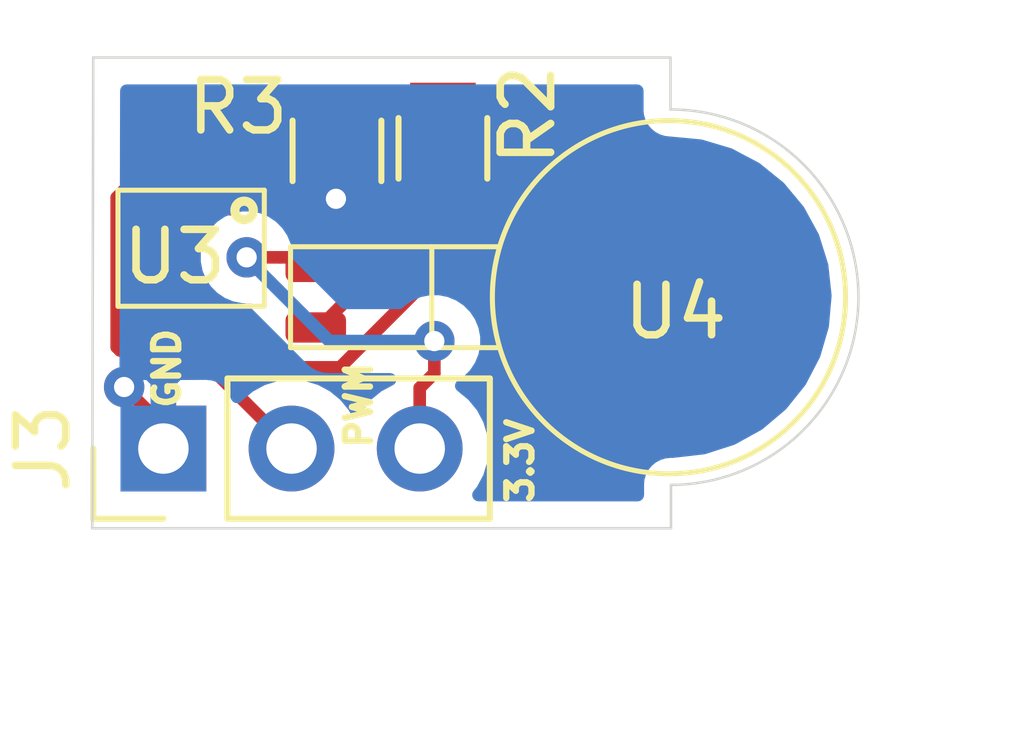
<source format=kicad_pcb>
(kicad_pcb (version 20171130) (host pcbnew "(5.1.2)-2")

  (general
    (thickness 1.6)
    (drawings 9)
    (tracks 45)
    (zones 0)
    (modules 5)
    (nets 6)
  )

  (page A4)
  (layers
    (0 F.Cu signal)
    (31 B.Cu signal)
    (32 B.Adhes user)
    (33 F.Adhes user)
    (34 B.Paste user)
    (35 F.Paste user)
    (36 B.SilkS user)
    (37 F.SilkS user)
    (38 B.Mask user)
    (39 F.Mask user)
    (40 Dwgs.User user)
    (41 Cmts.User user)
    (42 Eco1.User user)
    (43 Eco2.User user)
    (44 Edge.Cuts user)
    (45 Margin user)
    (46 B.CrtYd user)
    (47 F.CrtYd user)
    (48 B.Fab user)
    (49 F.Fab user hide)
  )

  (setup
    (last_trace_width 0.25)
    (trace_clearance 0.2)
    (zone_clearance 0.508)
    (zone_45_only no)
    (trace_min 0.2)
    (via_size 0.8)
    (via_drill 0.4)
    (via_min_size 0.4)
    (via_min_drill 0.3)
    (uvia_size 0.3)
    (uvia_drill 0.1)
    (uvias_allowed no)
    (uvia_min_size 0.2)
    (uvia_min_drill 0.1)
    (edge_width 0.05)
    (segment_width 0.2)
    (pcb_text_width 0.3)
    (pcb_text_size 1.5 1.5)
    (mod_edge_width 0.12)
    (mod_text_size 1 1)
    (mod_text_width 0.15)
    (pad_size 1.524 1.524)
    (pad_drill 0.762)
    (pad_to_mask_clearance 0.051)
    (solder_mask_min_width 0.25)
    (aux_axis_origin 0 0)
    (visible_elements 7FFFFFFF)
    (pcbplotparams
      (layerselection 0x010fc_ffffffff)
      (usegerberextensions false)
      (usegerberattributes false)
      (usegerberadvancedattributes false)
      (creategerberjobfile false)
      (excludeedgelayer true)
      (linewidth 0.100000)
      (plotframeref false)
      (viasonmask false)
      (mode 1)
      (useauxorigin false)
      (hpglpennumber 1)
      (hpglpenspeed 20)
      (hpglpendiameter 15.000000)
      (psnegative false)
      (psa4output false)
      (plotreference true)
      (plotvalue true)
      (plotinvisibletext false)
      (padsonsilk false)
      (subtractmaskfromsilk false)
      (outputformat 1)
      (mirror false)
      (drillshape 1)
      (scaleselection 1)
      (outputdirectory ""))
  )

  (net 0 "")
  (net 1 "(GND)")
  (net 2 +3.3)
  (net 3 MOTOR_PWM)
  (net 4 "Net-(R3-Pad2)")
  (net 5 "Net-(R3-Pad1)")

  (net_class Default "This is the default net class."
    (clearance 0.2)
    (trace_width 0.25)
    (via_dia 0.8)
    (via_drill 0.4)
    (uvia_dia 0.3)
    (uvia_drill 0.1)
    (add_net "(GND)")
    (add_net +3.3)
    (add_net MOTOR_PWM)
    (add_net "Net-(R3-Pad1)")
    (add_net "Net-(R3-Pad2)")
  )

  (module Resistors_SMD:R_0805 (layer F.Cu) (tedit 58AADA8F) (tstamp 5D1C0864)
    (at 123.83 109.77 90)
    (descr "Resistor SMD 0805, reflow soldering, Vishay (see dcrcw.pdf)")
    (tags "resistor 0805")
    (path /5D059B17/5D05FBC2)
    (attr smd)
    (fp_text reference R2 (at 0.71 3.78 90) (layer F.SilkS)
      (effects (font (size 1 1) (thickness 0.15)))
    )
    (fp_text value 10K (at 0 1.75 90) (layer F.Fab)
      (effects (font (size 1 1) (thickness 0.15)))
    )
    (fp_line (start 1.55 0.9) (end -1.55 0.9) (layer F.CrtYd) (width 0.05))
    (fp_line (start 1.55 0.9) (end 1.55 -0.9) (layer F.CrtYd) (width 0.05))
    (fp_line (start -1.55 -0.9) (end -1.55 0.9) (layer F.CrtYd) (width 0.05))
    (fp_line (start -1.55 -0.9) (end 1.55 -0.9) (layer F.CrtYd) (width 0.05))
    (fp_line (start -0.6 -0.88) (end 0.6 -0.88) (layer F.SilkS) (width 0.12))
    (fp_line (start 0.6 0.88) (end -0.6 0.88) (layer F.SilkS) (width 0.12))
    (fp_line (start -1 -0.62) (end 1 -0.62) (layer F.Fab) (width 0.1))
    (fp_line (start 1 -0.62) (end 1 0.62) (layer F.Fab) (width 0.1))
    (fp_line (start 1 0.62) (end -1 0.62) (layer F.Fab) (width 0.1))
    (fp_line (start -1 0.62) (end -1 -0.62) (layer F.Fab) (width 0.1))
    (fp_text user %R (at 0 -1.65 90) (layer F.Fab)
      (effects (font (size 1 1) (thickness 0.15)))
    )
    (pad 2 smd rect (at 0.95 0 90) (size 0.7 1.3) (layers F.Cu F.Paste F.Mask)
      (net 3 MOTOR_PWM))
    (pad 1 smd rect (at -0.95 0 90) (size 0.7 1.3) (layers F.Cu F.Paste F.Mask)
      (net 1 "(GND)"))
    (model Resistors_SMD.3dshapes/R_0805.wrl
      (at (xyz 0 0 0))
      (scale (xyz 1 1 1))
      (rotate (xyz 0 0 0))
    )
  )

  (module Resistors_SMD:R_0805 (layer F.Cu) (tedit 58AADA8F) (tstamp 5D1C68CB)
    (at 125.93 109.72 90)
    (descr "Resistor SMD 0805, reflow soldering, Vishay (see dcrcw.pdf)")
    (tags "resistor 0805")
    (path /5D059B17/5D05C2F6)
    (attr smd)
    (fp_text reference R3 (at 0.82 -4.06 180) (layer F.SilkS)
      (effects (font (size 1 1) (thickness 0.15)))
    )
    (fp_text value 330 (at 0 1.75 90) (layer F.Fab)
      (effects (font (size 1 1) (thickness 0.15)))
    )
    (fp_line (start 1.55 0.9) (end -1.55 0.9) (layer F.CrtYd) (width 0.05))
    (fp_line (start 1.55 0.9) (end 1.55 -0.9) (layer F.CrtYd) (width 0.05))
    (fp_line (start -1.55 -0.9) (end -1.55 0.9) (layer F.CrtYd) (width 0.05))
    (fp_line (start -1.55 -0.9) (end 1.55 -0.9) (layer F.CrtYd) (width 0.05))
    (fp_line (start -0.6 -0.88) (end 0.6 -0.88) (layer F.SilkS) (width 0.12))
    (fp_line (start 0.6 0.88) (end -0.6 0.88) (layer F.SilkS) (width 0.12))
    (fp_line (start -1 -0.62) (end 1 -0.62) (layer F.Fab) (width 0.1))
    (fp_line (start 1 -0.62) (end 1 0.62) (layer F.Fab) (width 0.1))
    (fp_line (start 1 0.62) (end -1 0.62) (layer F.Fab) (width 0.1))
    (fp_line (start -1 0.62) (end -1 -0.62) (layer F.Fab) (width 0.1))
    (fp_text user %R (at 0 -1.65 90) (layer F.Fab)
      (effects (font (size 1 1) (thickness 0.15)))
    )
    (pad 2 smd rect (at 0.95 0 90) (size 0.7 1.3) (layers F.Cu F.Paste F.Mask)
      (net 4 "Net-(R3-Pad2)"))
    (pad 1 smd rect (at -0.95 0 90) (size 0.7 1.3) (layers F.Cu F.Paste F.Mask)
      (net 5 "Net-(R3-Pad1)"))
    (model Resistors_SMD.3dshapes/R_0805.wrl
      (at (xyz 0 0 0))
      (scale (xyz 1 1 1))
      (rotate (xyz 0 0 0))
    )
  )

  (module my-fp-library:SOT-28FL (layer F.Cu) (tedit 5D069B09) (tstamp 5D1C09BD)
    (at 120.99 111.75 180)
    (path /5D059B17/5D05C161)
    (fp_text reference U3 (at 0.38 -0.12) (layer F.SilkS)
      (effects (font (size 1 1) (thickness 0.15)))
    )
    (fp_text value ECH8693R-TL-W (at 0.1 -3.85) (layer F.Fab)
      (effects (font (size 1 1) (thickness 0.15)))
    )
    (fp_line (start -1.4 -1.1) (end 1.5 -1.1) (layer F.SilkS) (width 0.1))
    (fp_line (start -1.4 -1.1) (end -1.4 1.2) (layer F.SilkS) (width 0.1))
    (fp_line (start -1.4 1.2) (end 1.5 1.2) (layer F.SilkS) (width 0.1))
    (fp_line (start 1.5 1.2) (end 1.5 -1.1) (layer F.SilkS) (width 0.1))
    (fp_circle (center -1 0.8) (end -1.2 0.7) (layer F.SilkS) (width 0.1))
    (fp_circle (center -1 0.8) (end -1.1 0.7) (layer F.SilkS) (width 0.1))
    (pad 8 smd rect (at -0.95 -1.35 180) (size 0.4 0.6) (layers F.Cu F.Paste F.Mask)
      (net 5 "Net-(R3-Pad1)"))
    (pad 1 smd rect (at -0.95 1.45 180) (size 0.4 0.6) (layers F.Cu F.Paste F.Mask)
      (net 1 "(GND)"))
    (pad 7 smd rect (at -0.3 -1.35 180) (size 0.4 0.6) (layers F.Cu F.Paste F.Mask)
      (net 5 "Net-(R3-Pad1)"))
    (pad 6 smd rect (at 0.35 -1.35 180) (size 0.4 0.6) (layers F.Cu F.Paste F.Mask)
      (net 5 "Net-(R3-Pad1)"))
    (pad 5 smd rect (at 1 -1.35 180) (size 0.4 0.6) (layers F.Cu F.Paste F.Mask)
      (net 5 "Net-(R3-Pad1)"))
    (pad 2 smd rect (at -0.3 1.45 180) (size 0.4 0.6) (layers F.Cu F.Paste F.Mask)
      (net 3 MOTOR_PWM))
    (pad 3 smd rect (at 0.35 1.45 180) (size 0.4 0.6) (layers F.Cu F.Paste F.Mask)
      (net 1 "(GND)"))
    (pad 4 smd rect (at 1 1.45 180) (size 0.4 0.6) (layers F.Cu F.Paste F.Mask)
      (net 3 MOTOR_PWM))
  )

  (module "my-fp-library:VIBRATION MOTOR COIN 3V FLEX - C0720B001F" (layer F.Cu) (tedit 5D066B2A) (tstamp 5D1C09C8)
    (at 130.41 112.67)
    (path /5D059B17/5D05B21D)
    (fp_text reference U4 (at 0.13 0.29) (layer F.SilkS)
      (effects (font (size 1 1) (thickness 0.15)))
    )
    (fp_text value C0720B001F (at 0.1 -8.1) (layer F.Fab)
      (effects (font (size 1 1) (thickness 0.15)))
    )
    (fp_circle (center 0 0) (end 3.5 0) (layer F.SilkS) (width 0.1))
    (fp_line (start -3.4 -1) (end -7.5 -1) (layer F.SilkS) (width 0.1))
    (fp_line (start -7.5 -1) (end -7.5 1) (layer F.SilkS) (width 0.1))
    (fp_line (start -7.5 1) (end -3.4 1) (layer F.SilkS) (width 0.1))
    (fp_line (start -4.7 -1) (end -4.7 1) (layer F.SilkS) (width 0.1))
    (pad 1 smd roundrect (at -7 -0.6) (size 1.2 0.6) (layers F.Cu F.Paste F.Mask) (roundrect_rratio 0.25)
      (net 2 +3.3))
    (pad 2 smd roundrect (at -7 0.6) (size 1.2 0.6) (layers F.Cu F.Paste F.Mask) (roundrect_rratio 0.25)
      (net 4 "Net-(R3-Pad2)"))
  )

  (module Pin_Headers:Pin_Header_Straight_1x03_Pitch2.54mm (layer F.Cu) (tedit 5862ED52) (tstamp 5D1C7779)
    (at 120.39 115.67 90)
    (descr "Through hole straight pin header, 1x03, 2.54mm pitch, single row")
    (tags "Through hole pin header THT 1x03 2.54mm single row")
    (path /5D059B17/5D1C2F7F)
    (fp_text reference J3 (at 0 -2.39 90) (layer F.SilkS)
      (effects (font (size 1 1) (thickness 0.15)))
    )
    (fp_text value Conn_01x03 (at 0 7.47 90) (layer F.Fab)
      (effects (font (size 1 1) (thickness 0.15)))
    )
    (fp_line (start -1.27 -1.27) (end -1.27 6.35) (layer F.Fab) (width 0.1))
    (fp_line (start -1.27 6.35) (end 1.27 6.35) (layer F.Fab) (width 0.1))
    (fp_line (start 1.27 6.35) (end 1.27 -1.27) (layer F.Fab) (width 0.1))
    (fp_line (start 1.27 -1.27) (end -1.27 -1.27) (layer F.Fab) (width 0.1))
    (fp_line (start -1.39 1.27) (end -1.39 6.47) (layer F.SilkS) (width 0.12))
    (fp_line (start -1.39 6.47) (end 1.39 6.47) (layer F.SilkS) (width 0.12))
    (fp_line (start 1.39 6.47) (end 1.39 1.27) (layer F.SilkS) (width 0.12))
    (fp_line (start 1.39 1.27) (end -1.39 1.27) (layer F.SilkS) (width 0.12))
    (fp_line (start -1.39 0) (end -1.39 -1.39) (layer F.SilkS) (width 0.12))
    (fp_line (start -1.39 -1.39) (end 0 -1.39) (layer F.SilkS) (width 0.12))
    (fp_line (start -1.6 -1.6) (end -1.6 6.6) (layer F.CrtYd) (width 0.05))
    (fp_line (start -1.6 6.6) (end 1.6 6.6) (layer F.CrtYd) (width 0.05))
    (fp_line (start 1.6 6.6) (end 1.6 -1.6) (layer F.CrtYd) (width 0.05))
    (fp_line (start 1.6 -1.6) (end -1.6 -1.6) (layer F.CrtYd) (width 0.05))
    (pad 1 thru_hole rect (at 0 0 90) (size 1.7 1.7) (drill 1) (layers *.Cu *.Mask)
      (net 1 "(GND)"))
    (pad 2 thru_hole oval (at 0 2.54 90) (size 1.7 1.7) (drill 1) (layers *.Cu *.Mask)
      (net 3 MOTOR_PWM))
    (pad 3 thru_hole oval (at 0 5.08 90) (size 1.7 1.7) (drill 1) (layers *.Cu *.Mask)
      (net 2 +3.3))
    (model Pin_Headers.3dshapes/Pin_Header_Straight_1x03_Pitch2.54mm.wrl
      (offset (xyz 0 -2.539999961853027 0))
      (scale (xyz 1 1 1))
      (rotate (xyz 0 0 90))
    )
  )

  (gr_line (start 130.45 116.39) (end 130.45 117.25) (layer Edge.Cuts) (width 0.05))
  (gr_line (start 130.440027 108.950013) (end 130.440027 107.92) (layer Edge.Cuts) (width 0.05))
  (gr_arc (start 130.45 112.67) (end 130.45 116.39) (angle -180.1536076) (layer Edge.Cuts) (width 0.05))
  (gr_text GND (at 120.46 114.08 90) (layer F.SilkS) (tstamp 5D1C807E)
    (effects (font (size 0.5 0.5) (thickness 0.125)))
  )
  (gr_text PWM (at 124.26 114.81 90) (layer F.SilkS) (tstamp 5D1C807B)
    (effects (font (size 0.5 0.5) (thickness 0.125)))
  )
  (gr_text 3.3V (at 127.46 115.91 90) (layer F.SilkS)
    (effects (font (size 0.5 0.5) (thickness 0.125)))
  )
  (gr_line (start 119 107.92) (end 118.98 117.25) (layer Edge.Cuts) (width 0.05) (tstamp 5D1C7F69))
  (gr_line (start 118.98 117.25) (end 130.45 117.25) (layer Edge.Cuts) (width 0.05) (tstamp 5D1C7F3A))
  (gr_line (start 119 107.92) (end 130.440027 107.92) (layer Edge.Cuts) (width 0.05))

  (via (at 123.81 110.72) (size 0.8) (drill 0.4) (layers F.Cu B.Cu) (net 1))
  (segment (start 121.750001 110.925001) (end 121.94 110.735002) (width 0.25) (layer F.Cu) (net 1))
  (segment (start 120.715001 110.925001) (end 121.750001 110.925001) (width 0.25) (layer F.Cu) (net 1))
  (segment (start 120.64 110.3) (end 120.64 110.85) (width 0.25) (layer F.Cu) (net 1))
  (segment (start 120.64 110.85) (end 120.715001 110.925001) (width 0.25) (layer F.Cu) (net 1))
  (segment (start 121.94 110.735002) (end 121.94 110.29) (width 0.25) (layer F.Cu) (net 1))
  (segment (start 121.94 110.3) (end 123.43 110.3) (width 0.25) (layer F.Cu) (net 1))
  (segment (start 123.43 110.3) (end 123.85 110.72) (width 0.25) (layer F.Cu) (net 1))
  (segment (start 123.85 110.72) (end 123.86 110.72) (width 0.25) (layer F.Cu) (net 1))
  (via (at 119.611549 114.450011) (size 0.8) (drill 0.4) (layers F.Cu B.Cu) (net 1))
  (segment (start 120.32 115.53) (end 120.32 115.158462) (width 0.25) (layer F.Cu) (net 1))
  (segment (start 120.32 115.158462) (end 120.011548 114.85001) (width 0.25) (layer F.Cu) (net 1))
  (segment (start 120.011548 114.85001) (end 119.611549 114.450011) (width 0.25) (layer F.Cu) (net 1))
  (segment (start 125.47 114.467919) (end 125.76 114.177919) (width 0.25) (layer F.Cu) (net 2))
  (segment (start 125.47 115.67) (end 125.47 114.467919) (width 0.25) (layer F.Cu) (net 2))
  (segment (start 125.76 114.177919) (end 125.76 113.54) (width 0.25) (layer F.Cu) (net 2))
  (via (at 125.76 113.54) (size 0.8) (drill 0.4) (layers F.Cu B.Cu) (net 2))
  (segment (start 125.76 113.54) (end 123.68 113.54) (width 0.25) (layer B.Cu) (net 2))
  (segment (start 123.68 113.54) (end 122.07 111.93) (width 0.25) (layer B.Cu) (net 2))
  (via (at 122.04 111.88) (size 0.8) (drill 0.4) (layers F.Cu B.Cu) (net 2) (tstamp 5D1C7EDC))
  (segment (start 122.04 111.88) (end 122.7 111.88) (width 0.25) (layer F.Cu) (net 2))
  (segment (start 122.7 111.88) (end 123.1 111.88) (width 0.25) (layer F.Cu) (net 2))
  (segment (start 122.334998 108.82) (end 121.3 109.854998) (width 0.25) (layer F.Cu) (net 3))
  (segment (start 123.83 108.82) (end 122.334998 108.82) (width 0.25) (layer F.Cu) (net 3))
  (segment (start 121.3 109.854998) (end 121.3 110.32) (width 0.25) (layer F.Cu) (net 3))
  (segment (start 120.92 108.82) (end 122.334998 108.82) (width 0.25) (layer F.Cu) (net 3))
  (segment (start 119.99 109.75) (end 120.92 108.82) (width 0.25) (layer F.Cu) (net 3))
  (segment (start 119.99 110.3) (end 119.99 109.75) (width 0.25) (layer F.Cu) (net 3))
  (segment (start 122.93 115.67) (end 120.985001 113.725001) (width 0.25) (layer F.Cu) (net 3))
  (segment (start 119.464999 110.695001) (end 119.94 110.22) (width 0.25) (layer F.Cu) (net 3))
  (segment (start 119.464999 113.660001) (end 119.464999 110.695001) (width 0.25) (layer F.Cu) (net 3))
  (segment (start 119.529999 113.725001) (end 119.464999 113.660001) (width 0.25) (layer F.Cu) (net 3))
  (segment (start 120.985001 113.725001) (end 119.529999 113.725001) (width 0.25) (layer F.Cu) (net 3))
  (segment (start 124.805001 111.946767) (end 123.541768 113.21) (width 0.25) (layer F.Cu) (net 4))
  (segment (start 124.805001 109.594999) (end 124.805001 111.946767) (width 0.25) (layer F.Cu) (net 4))
  (segment (start 125.93 108.77) (end 125.63 108.77) (width 0.25) (layer F.Cu) (net 4))
  (segment (start 125.63 108.77) (end 124.805001 109.594999) (width 0.25) (layer F.Cu) (net 4))
  (segment (start 120.44 113.1) (end 120.46 113.12) (width 0.25) (layer F.Cu) (net 5))
  (segment (start 119.99 113.1) (end 120.44 113.1) (width 0.25) (layer F.Cu) (net 5))
  (segment (start 120.46 113.12) (end 121.33 113.12) (width 0.25) (layer F.Cu) (net 5))
  (segment (start 121.33 113.12) (end 121.9 113.12) (width 0.25) (layer F.Cu) (net 5))
  (segment (start 123.891768 114.06) (end 122.8 114.06) (width 0.25) (layer F.Cu) (net 5))
  (segment (start 125.93 110.67) (end 125.93 112.021768) (width 0.25) (layer F.Cu) (net 5))
  (segment (start 125.93 112.021768) (end 123.891768 114.06) (width 0.25) (layer F.Cu) (net 5))
  (segment (start 122.8 114.06) (end 121.88 113.14) (width 0.25) (layer F.Cu) (net 5))

  (zone (net 1) (net_name "(GND)") (layer B.Cu) (tstamp 0) (hatch edge 0.508)
    (connect_pads (clearance 0.508))
    (min_thickness 0.254)
    (fill yes (arc_segments 32) (thermal_gap 0.508) (thermal_bridge_width 0.508))
    (polygon
      (pts
        (xy 117.88 106.79) (xy 137.45 106.78) (xy 136.88 121.78) (xy 117.53 121.59)
      )
    )
    (filled_polygon
      (pts
        (xy 129.780027 108.982431) (xy 129.789577 109.079395) (xy 129.827317 109.203805) (xy 129.888602 109.318462) (xy 129.971079 109.418961)
        (xy 130.071577 109.501438) (xy 130.186234 109.562723) (xy 130.310644 109.600463) (xy 130.440027 109.613206) (xy 130.441061 109.613104)
        (xy 131.035698 109.669799) (xy 131.607287 109.840701) (xy 132.134794 110.119371) (xy 132.598131 110.495195) (xy 132.979641 110.953854)
        (xy 133.264798 111.477876) (xy 133.442742 112.047312) (xy 133.506693 112.640462) (xy 133.454215 113.234745) (xy 133.28731 113.807505)
        (xy 133.012328 114.336948) (xy 132.639751 114.802893) (xy 132.183767 115.187597) (xy 131.66174 115.476409) (xy 131.093563 115.658322)
        (xy 130.475541 115.729323) (xy 130.45 115.726807) (xy 130.320617 115.73955) (xy 130.196207 115.77729) (xy 130.08155 115.838575)
        (xy 129.981052 115.921052) (xy 129.898575 116.021551) (xy 129.83729 116.136208) (xy 129.79955 116.260618) (xy 129.79 116.357582)
        (xy 129.79 116.59) (xy 126.636036 116.59) (xy 126.710706 116.499014) (xy 126.848599 116.241034) (xy 126.933513 115.961111)
        (xy 126.962185 115.67) (xy 126.933513 115.378889) (xy 126.848599 115.098966) (xy 126.710706 114.840986) (xy 126.525134 114.614866)
        (xy 126.299014 114.429294) (xy 126.295133 114.427219) (xy 126.419774 114.343937) (xy 126.563937 114.199774) (xy 126.677205 114.030256)
        (xy 126.755226 113.841898) (xy 126.795 113.641939) (xy 126.795 113.438061) (xy 126.755226 113.238102) (xy 126.677205 113.049744)
        (xy 126.563937 112.880226) (xy 126.419774 112.736063) (xy 126.250256 112.622795) (xy 126.061898 112.544774) (xy 125.861939 112.505)
        (xy 125.658061 112.505) (xy 125.458102 112.544774) (xy 125.269744 112.622795) (xy 125.100226 112.736063) (xy 125.056289 112.78)
        (xy 123.994802 112.78) (xy 123.075 111.860199) (xy 123.075 111.778061) (xy 123.035226 111.578102) (xy 122.957205 111.389744)
        (xy 122.843937 111.220226) (xy 122.699774 111.076063) (xy 122.530256 110.962795) (xy 122.341898 110.884774) (xy 122.141939 110.845)
        (xy 121.938061 110.845) (xy 121.738102 110.884774) (xy 121.549744 110.962795) (xy 121.380226 111.076063) (xy 121.236063 111.220226)
        (xy 121.122795 111.389744) (xy 121.044774 111.578102) (xy 121.005 111.778061) (xy 121.005 111.981939) (xy 121.044774 112.181898)
        (xy 121.122795 112.370256) (xy 121.236063 112.539774) (xy 121.380226 112.683937) (xy 121.549744 112.797205) (xy 121.738102 112.875226)
        (xy 121.938061 112.915) (xy 121.980199 112.915) (xy 123.116201 114.051003) (xy 123.139999 114.080001) (xy 123.255724 114.174974)
        (xy 123.387753 114.245546) (xy 123.531014 114.289003) (xy 123.642667 114.3) (xy 123.642677 114.3) (xy 123.68 114.303676)
        (xy 123.717323 114.3) (xy 124.882878 114.3) (xy 124.640986 114.429294) (xy 124.414866 114.614866) (xy 124.229294 114.840986)
        (xy 124.2 114.895791) (xy 124.170706 114.840986) (xy 123.985134 114.614866) (xy 123.759014 114.429294) (xy 123.501034 114.291401)
        (xy 123.221111 114.206487) (xy 123.00295 114.185) (xy 122.85705 114.185) (xy 122.638889 114.206487) (xy 122.358966 114.291401)
        (xy 122.100986 114.429294) (xy 121.874866 114.614866) (xy 121.850393 114.644687) (xy 121.829502 114.57582) (xy 121.770537 114.465506)
        (xy 121.691185 114.368815) (xy 121.594494 114.289463) (xy 121.48418 114.230498) (xy 121.364482 114.194188) (xy 121.24 114.181928)
        (xy 120.67575 114.185) (xy 120.517 114.34375) (xy 120.517 115.543) (xy 120.537 115.543) (xy 120.537 115.797)
        (xy 120.517 115.797) (xy 120.517 115.817) (xy 120.263 115.817) (xy 120.263 115.797) (xy 120.243 115.797)
        (xy 120.243 115.543) (xy 120.263 115.543) (xy 120.263 114.34375) (xy 120.10425 114.185) (xy 119.646576 114.182508)
        (xy 119.658586 108.58) (xy 129.780027 108.58)
      )
    )
  )
)

</source>
